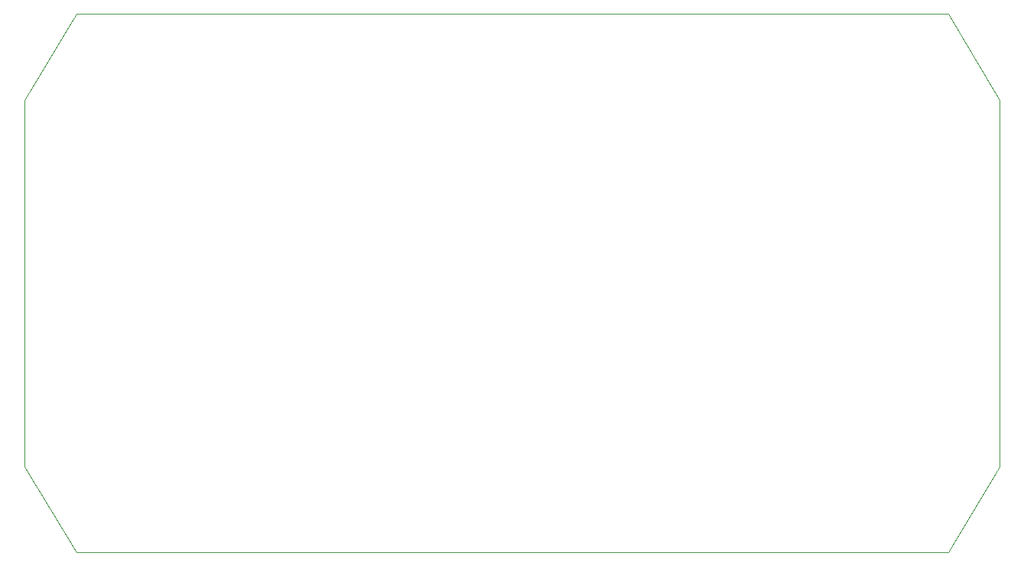
<source format=gbr>
%TF.GenerationSoftware,KiCad,Pcbnew,(5.1.7-0-10_14)*%
%TF.CreationDate,2021-01-27T15:42:46+08:00*%
%TF.ProjectId,BreadControl,42726561-6443-46f6-9e74-726f6c2e6b69,rev?*%
%TF.SameCoordinates,Original*%
%TF.FileFunction,Profile,NP*%
%FSLAX46Y46*%
G04 Gerber Fmt 4.6, Leading zero omitted, Abs format (unit mm)*
G04 Created by KiCad (PCBNEW (5.1.7-0-10_14)) date 2021-01-27 15:42:46*
%MOMM*%
%LPD*%
G01*
G04 APERTURE LIST*
%TA.AperFunction,Profile*%
%ADD10C,0.050000*%
%TD*%
G04 APERTURE END LIST*
D10*
X36195000Y-37465000D02*
X36195000Y-78105000D01*
X144145000Y-37465000D02*
X144145000Y-78105000D01*
X43180000Y-27940000D02*
X138430000Y-27940000D01*
X41910000Y-27940000D02*
X43180000Y-27940000D01*
X138430000Y-27940000D02*
X144145000Y-37465000D01*
X36195000Y-37465000D02*
X41910000Y-27940000D01*
X41910000Y-87630000D02*
X43180000Y-87630000D01*
X36195000Y-78105000D02*
X41910000Y-87630000D01*
X138430000Y-87630000D02*
X144145000Y-78105000D01*
X43180000Y-87630000D02*
X138430000Y-87630000D01*
M02*

</source>
